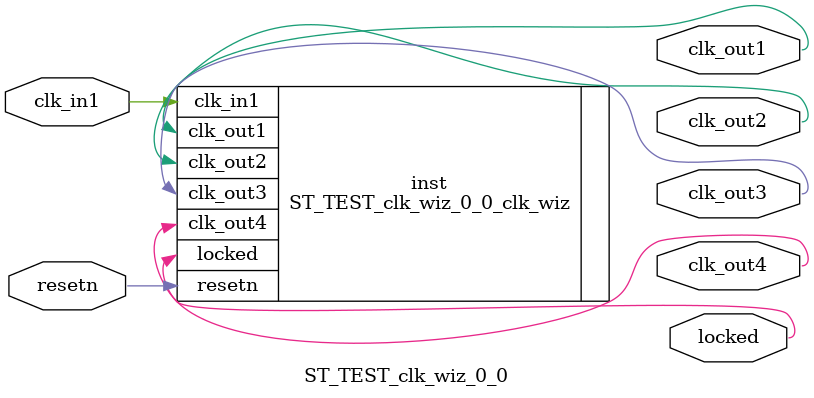
<source format=v>


`timescale 1ps/1ps

(* CORE_GENERATION_INFO = "ST_TEST_clk_wiz_0_0,clk_wiz_v6_0_3_0_0,{component_name=ST_TEST_clk_wiz_0_0,use_phase_alignment=true,use_min_o_jitter=true,use_max_i_jitter=false,use_dyn_phase_shift=false,use_inclk_switchover=false,use_dyn_reconfig=false,enable_axi=0,feedback_source=FDBK_AUTO,PRIMITIVE=MMCM,num_out_clk=4,clkin1_period=10.000,clkin2_period=10.000,use_power_down=false,use_reset=true,use_locked=true,use_inclk_stopped=false,feedback_type=SINGLE,CLOCK_MGR_TYPE=NA,manual_override=false}" *)

module ST_TEST_clk_wiz_0_0 
 (
  // Clock out ports
  output        clk_out1,
  output        clk_out2,
  output        clk_out3,
  output        clk_out4,
  // Status and control signals
  input         resetn,
  output        locked,
 // Clock in ports
  input         clk_in1
 );

  ST_TEST_clk_wiz_0_0_clk_wiz inst
  (
  // Clock out ports  
  .clk_out1(clk_out1),
  .clk_out2(clk_out2),
  .clk_out3(clk_out3),
  .clk_out4(clk_out4),
  // Status and control signals               
  .resetn(resetn), 
  .locked(locked),
 // Clock in ports
  .clk_in1(clk_in1)
  );

endmodule

</source>
